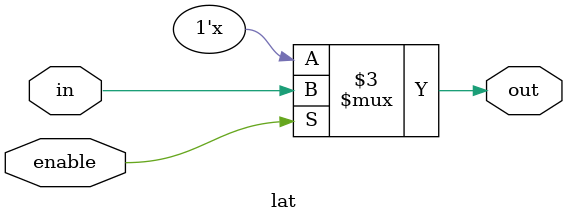
<source format=sv>
module lat(
  input wire enable,
  input wire in,
  output reg out
);
  initial out<=0;
  always @(*) begin
    if (enable) begin
      out <= in;
    end
  end
endmodule
</source>
